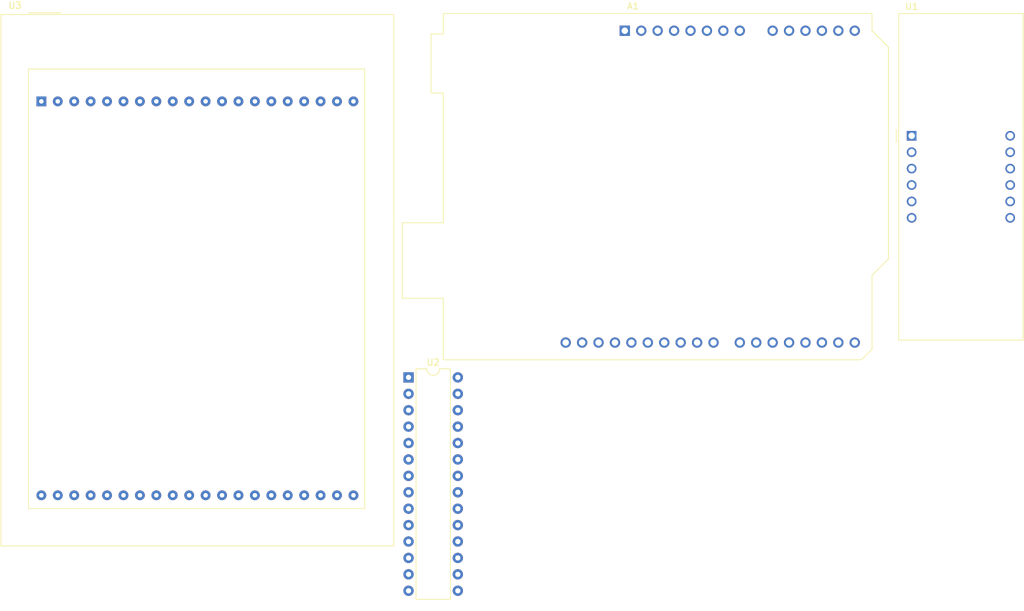
<source format=kicad_pcb>
(kicad_pcb (version 20171130) (host pcbnew "(5.1.7)-1")

  (general
    (thickness 1.6)
    (drawings 0)
    (tracks 0)
    (zones 0)
    (modules 4)
    (nets 113)
  )

  (page A4)
  (layers
    (0 F.Cu signal)
    (31 B.Cu signal)
    (32 B.Adhes user)
    (33 F.Adhes user)
    (34 B.Paste user)
    (35 F.Paste user)
    (36 B.SilkS user)
    (37 F.SilkS user)
    (38 B.Mask user)
    (39 F.Mask user)
    (40 Dwgs.User user)
    (41 Cmts.User user)
    (42 Eco1.User user)
    (43 Eco2.User user)
    (44 Edge.Cuts user)
    (45 Margin user)
    (46 B.CrtYd user)
    (47 F.CrtYd user)
    (48 B.Fab user)
    (49 F.Fab user)
  )

  (setup
    (last_trace_width 0.25)
    (trace_clearance 0.2)
    (zone_clearance 0.508)
    (zone_45_only no)
    (trace_min 0.2)
    (via_size 0.8)
    (via_drill 0.4)
    (via_min_size 0.4)
    (via_min_drill 0.3)
    (uvia_size 0.3)
    (uvia_drill 0.1)
    (uvias_allowed no)
    (uvia_min_size 0.2)
    (uvia_min_drill 0.1)
    (edge_width 0.05)
    (segment_width 0.2)
    (pcb_text_width 0.3)
    (pcb_text_size 1.5 1.5)
    (mod_edge_width 0.12)
    (mod_text_size 1 1)
    (mod_text_width 0.15)
    (pad_size 1.524 1.524)
    (pad_drill 0.762)
    (pad_to_mask_clearance 0)
    (aux_axis_origin 0 0)
    (visible_elements FFFFFF7F)
    (pcbplotparams
      (layerselection 0x010fc_ffffffff)
      (usegerberextensions false)
      (usegerberattributes true)
      (usegerberadvancedattributes true)
      (creategerberjobfile true)
      (excludeedgelayer true)
      (linewidth 0.100000)
      (plotframeref false)
      (viasonmask false)
      (mode 1)
      (useauxorigin false)
      (hpglpennumber 1)
      (hpglpenspeed 20)
      (hpglpendiameter 15.000000)
      (psnegative false)
      (psa4output false)
      (plotreference true)
      (plotvalue true)
      (plotinvisibletext false)
      (padsonsilk false)
      (subtractmaskfromsilk false)
      (outputformat 1)
      (mirror false)
      (drillshape 1)
      (scaleselection 1)
      (outputdirectory ""))
  )

  (net 0 "")
  (net 1 "Net-(A1-Pad16)")
  (net 2 "Net-(A1-Pad15)")
  (net 3 "Net-(A1-Pad30)")
  (net 4 "Net-(A1-Pad14)")
  (net 5 "Net-(A1-Pad29)")
  (net 6 "Net-(A1-Pad13)")
  (net 7 "Net-(A1-Pad28)")
  (net 8 "Net-(A1-Pad12)")
  (net 9 "Net-(A1-Pad27)")
  (net 10 "Net-(A1-Pad11)")
  (net 11 "Net-(A1-Pad26)")
  (net 12 "Net-(A1-Pad10)")
  (net 13 "Net-(A1-Pad25)")
  (net 14 "Net-(A1-Pad9)")
  (net 15 "Net-(A1-Pad24)")
  (net 16 "Net-(A1-Pad8)")
  (net 17 "Net-(A1-Pad23)")
  (net 18 "Net-(A1-Pad7)")
  (net 19 "Net-(A1-Pad22)")
  (net 20 "Net-(A1-Pad6)")
  (net 21 "Net-(A1-Pad21)")
  (net 22 "Net-(A1-Pad5)")
  (net 23 "Net-(A1-Pad20)")
  (net 24 "Net-(A1-Pad4)")
  (net 25 "Net-(A1-Pad19)")
  (net 26 "Net-(A1-Pad3)")
  (net 27 "Net-(A1-Pad18)")
  (net 28 "Net-(A1-Pad2)")
  (net 29 "Net-(A1-Pad17)")
  (net 30 "Net-(A1-Pad1)")
  (net 31 "Net-(A1-Pad31)")
  (net 32 "Net-(A1-Pad32)")
  (net 33 "Net-(U1-Pad12)")
  (net 34 "Net-(U1-Pad11)")
  (net 35 "Net-(U1-Pad10)")
  (net 36 "Net-(U1-Pad9)")
  (net 37 "Net-(U1-Pad8)")
  (net 38 "Net-(U1-Pad7)")
  (net 39 "Net-(U1-Pad6)")
  (net 40 "Net-(U1-Pad5)")
  (net 41 "Net-(U1-Pad4)")
  (net 42 "Net-(U1-Pad3)")
  (net 43 "Net-(U1-Pad2)")
  (net 44 "Net-(U1-Pad1)")
  (net 45 "Net-(U2-Pad28)")
  (net 46 "Net-(U2-Pad14)")
  (net 47 "Net-(U2-Pad27)")
  (net 48 "Net-(U2-Pad13)")
  (net 49 "Net-(U2-Pad26)")
  (net 50 "Net-(U2-Pad12)")
  (net 51 "Net-(U2-Pad25)")
  (net 52 "Net-(U2-Pad11)")
  (net 53 "Net-(U2-Pad24)")
  (net 54 "Net-(U2-Pad10)")
  (net 55 "Net-(U2-Pad23)")
  (net 56 "Net-(U2-Pad9)")
  (net 57 "Net-(U2-Pad22)")
  (net 58 "Net-(U2-Pad8)")
  (net 59 "Net-(U2-Pad21)")
  (net 60 "Net-(U2-Pad7)")
  (net 61 "Net-(U2-Pad20)")
  (net 62 "Net-(U2-Pad6)")
  (net 63 "Net-(U2-Pad19)")
  (net 64 "Net-(U2-Pad5)")
  (net 65 "Net-(U2-Pad18)")
  (net 66 "Net-(U2-Pad4)")
  (net 67 "Net-(U2-Pad17)")
  (net 68 "Net-(U2-Pad3)")
  (net 69 "Net-(U2-Pad16)")
  (net 70 "Net-(U2-Pad2)")
  (net 71 "Net-(U2-Pad15)")
  (net 72 "Net-(U2-Pad1)")
  (net 73 "Net-(U3-Pad40)")
  (net 74 "Net-(U3-Pad39)")
  (net 75 "Net-(U3-Pad38)")
  (net 76 "Net-(U3-Pad37)")
  (net 77 "Net-(U3-Pad36)")
  (net 78 "Net-(U3-Pad35)")
  (net 79 "Net-(U3-Pad34)")
  (net 80 "Net-(U3-Pad33)")
  (net 81 "Net-(U3-Pad32)")
  (net 82 "Net-(U3-Pad31)")
  (net 83 "Net-(U3-Pad30)")
  (net 84 "Net-(U3-Pad29)")
  (net 85 "Net-(U3-Pad28)")
  (net 86 "Net-(U3-Pad27)")
  (net 87 "Net-(U3-Pad26)")
  (net 88 "Net-(U3-Pad25)")
  (net 89 "Net-(U3-Pad24)")
  (net 90 "Net-(U3-Pad23)")
  (net 91 "Net-(U3-Pad22)")
  (net 92 "Net-(U3-Pad21)")
  (net 93 "Net-(U3-Pad20)")
  (net 94 "Net-(U3-Pad19)")
  (net 95 "Net-(U3-Pad18)")
  (net 96 "Net-(U3-Pad17)")
  (net 97 "Net-(U3-Pad16)")
  (net 98 "Net-(U3-Pad15)")
  (net 99 "Net-(U3-Pad14)")
  (net 100 "Net-(U3-Pad13)")
  (net 101 "Net-(U3-Pad12)")
  (net 102 "Net-(U3-Pad11)")
  (net 103 "Net-(U3-Pad10)")
  (net 104 "Net-(U3-Pad9)")
  (net 105 "Net-(U3-Pad8)")
  (net 106 "Net-(U3-Pad7)")
  (net 107 "Net-(U3-Pad6)")
  (net 108 "Net-(U3-Pad5)")
  (net 109 "Net-(U3-Pad4)")
  (net 110 "Net-(U3-Pad3)")
  (net 111 "Net-(U3-Pad2)")
  (net 112 "Net-(U3-Pad1)")

  (net_class Default "This is the default net class."
    (clearance 0.2)
    (trace_width 0.25)
    (via_dia 0.8)
    (via_drill 0.4)
    (uvia_dia 0.3)
    (uvia_drill 0.1)
    (add_net "Net-(A1-Pad1)")
    (add_net "Net-(A1-Pad10)")
    (add_net "Net-(A1-Pad11)")
    (add_net "Net-(A1-Pad12)")
    (add_net "Net-(A1-Pad13)")
    (add_net "Net-(A1-Pad14)")
    (add_net "Net-(A1-Pad15)")
    (add_net "Net-(A1-Pad16)")
    (add_net "Net-(A1-Pad17)")
    (add_net "Net-(A1-Pad18)")
    (add_net "Net-(A1-Pad19)")
    (add_net "Net-(A1-Pad2)")
    (add_net "Net-(A1-Pad20)")
    (add_net "Net-(A1-Pad21)")
    (add_net "Net-(A1-Pad22)")
    (add_net "Net-(A1-Pad23)")
    (add_net "Net-(A1-Pad24)")
    (add_net "Net-(A1-Pad25)")
    (add_net "Net-(A1-Pad26)")
    (add_net "Net-(A1-Pad27)")
    (add_net "Net-(A1-Pad28)")
    (add_net "Net-(A1-Pad29)")
    (add_net "Net-(A1-Pad3)")
    (add_net "Net-(A1-Pad30)")
    (add_net "Net-(A1-Pad31)")
    (add_net "Net-(A1-Pad32)")
    (add_net "Net-(A1-Pad4)")
    (add_net "Net-(A1-Pad5)")
    (add_net "Net-(A1-Pad6)")
    (add_net "Net-(A1-Pad7)")
    (add_net "Net-(A1-Pad8)")
    (add_net "Net-(A1-Pad9)")
    (add_net "Net-(U1-Pad1)")
    (add_net "Net-(U1-Pad10)")
    (add_net "Net-(U1-Pad11)")
    (add_net "Net-(U1-Pad12)")
    (add_net "Net-(U1-Pad2)")
    (add_net "Net-(U1-Pad3)")
    (add_net "Net-(U1-Pad4)")
    (add_net "Net-(U1-Pad5)")
    (add_net "Net-(U1-Pad6)")
    (add_net "Net-(U1-Pad7)")
    (add_net "Net-(U1-Pad8)")
    (add_net "Net-(U1-Pad9)")
    (add_net "Net-(U2-Pad1)")
    (add_net "Net-(U2-Pad10)")
    (add_net "Net-(U2-Pad11)")
    (add_net "Net-(U2-Pad12)")
    (add_net "Net-(U2-Pad13)")
    (add_net "Net-(U2-Pad14)")
    (add_net "Net-(U2-Pad15)")
    (add_net "Net-(U2-Pad16)")
    (add_net "Net-(U2-Pad17)")
    (add_net "Net-(U2-Pad18)")
    (add_net "Net-(U2-Pad19)")
    (add_net "Net-(U2-Pad2)")
    (add_net "Net-(U2-Pad20)")
    (add_net "Net-(U2-Pad21)")
    (add_net "Net-(U2-Pad22)")
    (add_net "Net-(U2-Pad23)")
    (add_net "Net-(U2-Pad24)")
    (add_net "Net-(U2-Pad25)")
    (add_net "Net-(U2-Pad26)")
    (add_net "Net-(U2-Pad27)")
    (add_net "Net-(U2-Pad28)")
    (add_net "Net-(U2-Pad3)")
    (add_net "Net-(U2-Pad4)")
    (add_net "Net-(U2-Pad5)")
    (add_net "Net-(U2-Pad6)")
    (add_net "Net-(U2-Pad7)")
    (add_net "Net-(U2-Pad8)")
    (add_net "Net-(U2-Pad9)")
    (add_net "Net-(U3-Pad1)")
    (add_net "Net-(U3-Pad10)")
    (add_net "Net-(U3-Pad11)")
    (add_net "Net-(U3-Pad12)")
    (add_net "Net-(U3-Pad13)")
    (add_net "Net-(U3-Pad14)")
    (add_net "Net-(U3-Pad15)")
    (add_net "Net-(U3-Pad16)")
    (add_net "Net-(U3-Pad17)")
    (add_net "Net-(U3-Pad18)")
    (add_net "Net-(U3-Pad19)")
    (add_net "Net-(U3-Pad2)")
    (add_net "Net-(U3-Pad20)")
    (add_net "Net-(U3-Pad21)")
    (add_net "Net-(U3-Pad22)")
    (add_net "Net-(U3-Pad23)")
    (add_net "Net-(U3-Pad24)")
    (add_net "Net-(U3-Pad25)")
    (add_net "Net-(U3-Pad26)")
    (add_net "Net-(U3-Pad27)")
    (add_net "Net-(U3-Pad28)")
    (add_net "Net-(U3-Pad29)")
    (add_net "Net-(U3-Pad3)")
    (add_net "Net-(U3-Pad30)")
    (add_net "Net-(U3-Pad31)")
    (add_net "Net-(U3-Pad32)")
    (add_net "Net-(U3-Pad33)")
    (add_net "Net-(U3-Pad34)")
    (add_net "Net-(U3-Pad35)")
    (add_net "Net-(U3-Pad36)")
    (add_net "Net-(U3-Pad37)")
    (add_net "Net-(U3-Pad38)")
    (add_net "Net-(U3-Pad39)")
    (add_net "Net-(U3-Pad4)")
    (add_net "Net-(U3-Pad40)")
    (add_net "Net-(U3-Pad5)")
    (add_net "Net-(U3-Pad6)")
    (add_net "Net-(U3-Pad7)")
    (add_net "Net-(U3-Pad8)")
    (add_net "Net-(U3-Pad9)")
  )

  (module Display:EA_eDIPTFT32-XXX (layer F.Cu) (tedit 5A02FE80) (tstamp 60143AB3)
    (at 97.74 56.655)
    (descr "TFT-graphic display 320x240 16 bit colour with led backlight http://www.lcd-module.com/fileadmin/eng/pdf/grafik/ediptft32-ae.pdf")
    (tags "TFT-graphic display 320x240 16 bit colour with led backlight")
    (path /60139C7A)
    (fp_text reference U3 (at -4.07924 -14.84122) (layer F.SilkS)
      (effects (font (size 1 1) (thickness 0.15)))
    )
    (fp_text value "TFT LCD" (at 1.1176 69.92874 180) (layer F.Fab)
      (effects (font (size 1 1) (thickness 0.15)))
    )
    (fp_text user %R (at 24.4983 28.6131) (layer F.Fab)
      (effects (font (size 1 1) (thickness 0.15)))
    )
    (fp_line (start 3 -13.69) (end -2 -13.69) (layer F.SilkS) (width 0.12))
    (fp_line (start -6.37 -13.57) (end -6.37 68.93) (layer F.CrtYd) (width 0.05))
    (fp_line (start -6.37 68.93) (end 54.63 68.93) (layer F.CrtYd) (width 0.05))
    (fp_line (start 54.63 68.93) (end 54.63 -13.57) (layer F.CrtYd) (width 0.05))
    (fp_line (start 54.63 -13.57) (end -6.37 -13.57) (layer F.CrtYd) (width 0.05))
    (fp_line (start -6.24 -13.44) (end -6.24 68.8) (layer F.SilkS) (width 0.12))
    (fp_line (start -6.24 68.8) (end 54.5 68.8) (layer F.SilkS) (width 0.12))
    (fp_line (start 54.5 68.8) (end 54.5 -13.44) (layer F.SilkS) (width 0.12))
    (fp_line (start 54.5 -13.44) (end -6.24 -13.44) (layer F.SilkS) (width 0.12))
    (fp_line (start -2 -5) (end -2 63) (layer F.SilkS) (width 0.12))
    (fp_line (start -2 63) (end 50 63) (layer F.SilkS) (width 0.12))
    (fp_line (start 50 63) (end 50 -5) (layer F.SilkS) (width 0.12))
    (fp_line (start 50 -5) (end -2 -5) (layer F.SilkS) (width 0.12))
    (fp_line (start -1 -13.32) (end -6.12 -13.32) (layer F.Fab) (width 0.1))
    (fp_line (start 0 -12.32) (end -1 -13.32) (layer F.Fab) (width 0.1))
    (fp_line (start 1 -13.32) (end 0 -12.32) (layer F.Fab) (width 0.1))
    (fp_line (start -6.12 -13.32) (end -6.12 68.68) (layer F.Fab) (width 0.1))
    (fp_line (start -6.12 68.68) (end 54.38 68.68) (layer F.Fab) (width 0.1))
    (fp_line (start 54.38 68.68) (end 54.38 -13.32) (layer F.Fab) (width 0.1))
    (fp_line (start 54.38 -13.32) (end 1 -13.32) (layer F.Fab) (width 0.1))
    (pad 40 thru_hole circle (at 0 60.96 90) (size 1.524 1.524) (drill 0.7) (layers *.Cu *.Mask)
      (net 73 "Net-(U3-Pad40)"))
    (pad 39 thru_hole circle (at 2.54 60.96 90) (size 1.524 1.524) (drill 0.7) (layers *.Cu *.Mask)
      (net 74 "Net-(U3-Pad39)"))
    (pad 38 thru_hole circle (at 5.08 60.96 90) (size 1.524 1.524) (drill 0.7) (layers *.Cu *.Mask)
      (net 75 "Net-(U3-Pad38)"))
    (pad 37 thru_hole circle (at 7.62 60.96 90) (size 1.524 1.524) (drill 0.7) (layers *.Cu *.Mask)
      (net 76 "Net-(U3-Pad37)"))
    (pad 36 thru_hole circle (at 10.16 60.96 90) (size 1.524 1.524) (drill 0.7) (layers *.Cu *.Mask)
      (net 77 "Net-(U3-Pad36)"))
    (pad 35 thru_hole circle (at 12.7 60.96 90) (size 1.524 1.524) (drill 0.7) (layers *.Cu *.Mask)
      (net 78 "Net-(U3-Pad35)"))
    (pad 34 thru_hole circle (at 15.24 60.96 90) (size 1.524 1.524) (drill 0.7) (layers *.Cu *.Mask)
      (net 79 "Net-(U3-Pad34)"))
    (pad 33 thru_hole circle (at 17.78 60.96 90) (size 1.524 1.524) (drill 0.7) (layers *.Cu *.Mask)
      (net 80 "Net-(U3-Pad33)"))
    (pad 32 thru_hole circle (at 20.32 60.96 90) (size 1.524 1.524) (drill 0.7) (layers *.Cu *.Mask)
      (net 81 "Net-(U3-Pad32)"))
    (pad 31 thru_hole circle (at 22.86 60.96 90) (size 1.524 1.524) (drill 0.7) (layers *.Cu *.Mask)
      (net 82 "Net-(U3-Pad31)"))
    (pad 30 thru_hole circle (at 25.4 60.96 90) (size 1.524 1.524) (drill 0.7) (layers *.Cu *.Mask)
      (net 83 "Net-(U3-Pad30)"))
    (pad 29 thru_hole circle (at 27.94 60.96 90) (size 1.524 1.524) (drill 0.7) (layers *.Cu *.Mask)
      (net 84 "Net-(U3-Pad29)"))
    (pad 28 thru_hole circle (at 30.48 60.96 90) (size 1.524 1.524) (drill 0.7) (layers *.Cu *.Mask)
      (net 85 "Net-(U3-Pad28)"))
    (pad 27 thru_hole circle (at 33.02 60.96 90) (size 1.524 1.524) (drill 0.7) (layers *.Cu *.Mask)
      (net 86 "Net-(U3-Pad27)"))
    (pad 26 thru_hole circle (at 35.56 60.96 90) (size 1.524 1.524) (drill 0.7) (layers *.Cu *.Mask)
      (net 87 "Net-(U3-Pad26)"))
    (pad 25 thru_hole circle (at 38.1 60.96 90) (size 1.524 1.524) (drill 0.7) (layers *.Cu *.Mask)
      (net 88 "Net-(U3-Pad25)"))
    (pad 24 thru_hole circle (at 40.64 60.96 90) (size 1.524 1.524) (drill 0.7) (layers *.Cu *.Mask)
      (net 89 "Net-(U3-Pad24)"))
    (pad 23 thru_hole circle (at 43.18 60.96 90) (size 1.524 1.524) (drill 0.7) (layers *.Cu *.Mask)
      (net 90 "Net-(U3-Pad23)"))
    (pad 22 thru_hole circle (at 45.72 60.96 90) (size 1.524 1.524) (drill 0.7) (layers *.Cu *.Mask)
      (net 91 "Net-(U3-Pad22)"))
    (pad 21 thru_hole circle (at 48.26 60.96 90) (size 1.524 1.524) (drill 0.7) (layers *.Cu *.Mask)
      (net 92 "Net-(U3-Pad21)"))
    (pad 20 thru_hole circle (at 48.26 0 90) (size 1.524 1.524) (drill 0.7) (layers *.Cu *.Mask)
      (net 93 "Net-(U3-Pad20)"))
    (pad 19 thru_hole circle (at 45.72 0 90) (size 1.524 1.524) (drill 0.7) (layers *.Cu *.Mask)
      (net 94 "Net-(U3-Pad19)"))
    (pad 18 thru_hole circle (at 43.18 0 90) (size 1.524 1.524) (drill 0.7) (layers *.Cu *.Mask)
      (net 95 "Net-(U3-Pad18)"))
    (pad 17 thru_hole circle (at 40.64 0 90) (size 1.524 1.524) (drill 0.7) (layers *.Cu *.Mask)
      (net 96 "Net-(U3-Pad17)"))
    (pad 16 thru_hole circle (at 38.1 0 90) (size 1.524 1.524) (drill 0.7) (layers *.Cu *.Mask)
      (net 97 "Net-(U3-Pad16)"))
    (pad 15 thru_hole circle (at 35.56 0 90) (size 1.524 1.524) (drill 0.7) (layers *.Cu *.Mask)
      (net 98 "Net-(U3-Pad15)"))
    (pad 14 thru_hole circle (at 33.02 0 90) (size 1.524 1.524) (drill 0.7) (layers *.Cu *.Mask)
      (net 99 "Net-(U3-Pad14)"))
    (pad 13 thru_hole circle (at 30.48 0 90) (size 1.524 1.524) (drill 0.7) (layers *.Cu *.Mask)
      (net 100 "Net-(U3-Pad13)"))
    (pad 12 thru_hole circle (at 27.94 0 90) (size 1.524 1.524) (drill 0.7) (layers *.Cu *.Mask)
      (net 101 "Net-(U3-Pad12)"))
    (pad 11 thru_hole circle (at 25.4 0 90) (size 1.524 1.524) (drill 0.7) (layers *.Cu *.Mask)
      (net 102 "Net-(U3-Pad11)"))
    (pad 10 thru_hole circle (at 22.86 0 90) (size 1.524 1.524) (drill 0.7) (layers *.Cu *.Mask)
      (net 103 "Net-(U3-Pad10)"))
    (pad 9 thru_hole circle (at 20.32 0 90) (size 1.524 1.524) (drill 0.7) (layers *.Cu *.Mask)
      (net 104 "Net-(U3-Pad9)"))
    (pad 8 thru_hole circle (at 17.78 0 90) (size 1.524 1.524) (drill 0.7) (layers *.Cu *.Mask)
      (net 105 "Net-(U3-Pad8)"))
    (pad 7 thru_hole circle (at 15.24 0 90) (size 1.524 1.524) (drill 0.7) (layers *.Cu *.Mask)
      (net 106 "Net-(U3-Pad7)"))
    (pad 6 thru_hole circle (at 12.7 0 90) (size 1.524 1.524) (drill 0.7) (layers *.Cu *.Mask)
      (net 107 "Net-(U3-Pad6)"))
    (pad 5 thru_hole circle (at 10.16 0 90) (size 1.524 1.524) (drill 0.7) (layers *.Cu *.Mask)
      (net 108 "Net-(U3-Pad5)"))
    (pad 4 thru_hole circle (at 7.62 0 90) (size 1.524 1.524) (drill 0.7) (layers *.Cu *.Mask)
      (net 109 "Net-(U3-Pad4)"))
    (pad 3 thru_hole circle (at 5.08 0 90) (size 1.524 1.524) (drill 0.7) (layers *.Cu *.Mask)
      (net 110 "Net-(U3-Pad3)"))
    (pad 2 thru_hole circle (at 2.54 0 90) (size 1.524 1.524) (drill 0.7) (layers *.Cu *.Mask)
      (net 111 "Net-(U3-Pad2)"))
    (pad 1 thru_hole rect (at 0 0) (size 1.524 1.524) (drill 0.7) (layers *.Cu *.Mask)
      (net 112 "Net-(U3-Pad1)"))
    (model ${KISYS3DMOD}/Display.3dshapes/EA_eDIPTFT32-XXX.wrl
      (at (xyz 0 0 0))
      (scale (xyz 1 1 1))
      (rotate (xyz 0 0 0))
    )
  )

  (module Package_DIP:DIP-28_W7.62mm (layer F.Cu) (tedit 5A02E8C5) (tstamp 60143A72)
    (at 154.52 99.37)
    (descr "28-lead though-hole mounted DIP package, row spacing 7.62 mm (300 mils)")
    (tags "THT DIP DIL PDIP 2.54mm 7.62mm 300mil")
    (path /60138A73)
    (fp_text reference U2 (at 3.81 -2.33) (layer F.SilkS)
      (effects (font (size 1 1) (thickness 0.15)))
    )
    (fp_text value "MCP23017_SP Expander Module" (at 3.81 35.35) (layer F.Fab)
      (effects (font (size 1 1) (thickness 0.15)))
    )
    (fp_text user %R (at 3.81 16.51) (layer F.Fab)
      (effects (font (size 1 1) (thickness 0.15)))
    )
    (fp_arc (start 3.81 -1.33) (end 2.81 -1.33) (angle -180) (layer F.SilkS) (width 0.12))
    (fp_line (start 1.635 -1.27) (end 6.985 -1.27) (layer F.Fab) (width 0.1))
    (fp_line (start 6.985 -1.27) (end 6.985 34.29) (layer F.Fab) (width 0.1))
    (fp_line (start 6.985 34.29) (end 0.635 34.29) (layer F.Fab) (width 0.1))
    (fp_line (start 0.635 34.29) (end 0.635 -0.27) (layer F.Fab) (width 0.1))
    (fp_line (start 0.635 -0.27) (end 1.635 -1.27) (layer F.Fab) (width 0.1))
    (fp_line (start 2.81 -1.33) (end 1.16 -1.33) (layer F.SilkS) (width 0.12))
    (fp_line (start 1.16 -1.33) (end 1.16 34.35) (layer F.SilkS) (width 0.12))
    (fp_line (start 1.16 34.35) (end 6.46 34.35) (layer F.SilkS) (width 0.12))
    (fp_line (start 6.46 34.35) (end 6.46 -1.33) (layer F.SilkS) (width 0.12))
    (fp_line (start 6.46 -1.33) (end 4.81 -1.33) (layer F.SilkS) (width 0.12))
    (fp_line (start -1.1 -1.55) (end -1.1 34.55) (layer F.CrtYd) (width 0.05))
    (fp_line (start -1.1 34.55) (end 8.7 34.55) (layer F.CrtYd) (width 0.05))
    (fp_line (start 8.7 34.55) (end 8.7 -1.55) (layer F.CrtYd) (width 0.05))
    (fp_line (start 8.7 -1.55) (end -1.1 -1.55) (layer F.CrtYd) (width 0.05))
    (pad 28 thru_hole oval (at 7.62 0) (size 1.6 1.6) (drill 0.8) (layers *.Cu *.Mask)
      (net 45 "Net-(U2-Pad28)"))
    (pad 14 thru_hole oval (at 0 33.02) (size 1.6 1.6) (drill 0.8) (layers *.Cu *.Mask)
      (net 46 "Net-(U2-Pad14)"))
    (pad 27 thru_hole oval (at 7.62 2.54) (size 1.6 1.6) (drill 0.8) (layers *.Cu *.Mask)
      (net 47 "Net-(U2-Pad27)"))
    (pad 13 thru_hole oval (at 0 30.48) (size 1.6 1.6) (drill 0.8) (layers *.Cu *.Mask)
      (net 48 "Net-(U2-Pad13)"))
    (pad 26 thru_hole oval (at 7.62 5.08) (size 1.6 1.6) (drill 0.8) (layers *.Cu *.Mask)
      (net 49 "Net-(U2-Pad26)"))
    (pad 12 thru_hole oval (at 0 27.94) (size 1.6 1.6) (drill 0.8) (layers *.Cu *.Mask)
      (net 50 "Net-(U2-Pad12)"))
    (pad 25 thru_hole oval (at 7.62 7.62) (size 1.6 1.6) (drill 0.8) (layers *.Cu *.Mask)
      (net 51 "Net-(U2-Pad25)"))
    (pad 11 thru_hole oval (at 0 25.4) (size 1.6 1.6) (drill 0.8) (layers *.Cu *.Mask)
      (net 52 "Net-(U2-Pad11)"))
    (pad 24 thru_hole oval (at 7.62 10.16) (size 1.6 1.6) (drill 0.8) (layers *.Cu *.Mask)
      (net 53 "Net-(U2-Pad24)"))
    (pad 10 thru_hole oval (at 0 22.86) (size 1.6 1.6) (drill 0.8) (layers *.Cu *.Mask)
      (net 54 "Net-(U2-Pad10)"))
    (pad 23 thru_hole oval (at 7.62 12.7) (size 1.6 1.6) (drill 0.8) (layers *.Cu *.Mask)
      (net 55 "Net-(U2-Pad23)"))
    (pad 9 thru_hole oval (at 0 20.32) (size 1.6 1.6) (drill 0.8) (layers *.Cu *.Mask)
      (net 56 "Net-(U2-Pad9)"))
    (pad 22 thru_hole oval (at 7.62 15.24) (size 1.6 1.6) (drill 0.8) (layers *.Cu *.Mask)
      (net 57 "Net-(U2-Pad22)"))
    (pad 8 thru_hole oval (at 0 17.78) (size 1.6 1.6) (drill 0.8) (layers *.Cu *.Mask)
      (net 58 "Net-(U2-Pad8)"))
    (pad 21 thru_hole oval (at 7.62 17.78) (size 1.6 1.6) (drill 0.8) (layers *.Cu *.Mask)
      (net 59 "Net-(U2-Pad21)"))
    (pad 7 thru_hole oval (at 0 15.24) (size 1.6 1.6) (drill 0.8) (layers *.Cu *.Mask)
      (net 60 "Net-(U2-Pad7)"))
    (pad 20 thru_hole oval (at 7.62 20.32) (size 1.6 1.6) (drill 0.8) (layers *.Cu *.Mask)
      (net 61 "Net-(U2-Pad20)"))
    (pad 6 thru_hole oval (at 0 12.7) (size 1.6 1.6) (drill 0.8) (layers *.Cu *.Mask)
      (net 62 "Net-(U2-Pad6)"))
    (pad 19 thru_hole oval (at 7.62 22.86) (size 1.6 1.6) (drill 0.8) (layers *.Cu *.Mask)
      (net 63 "Net-(U2-Pad19)"))
    (pad 5 thru_hole oval (at 0 10.16) (size 1.6 1.6) (drill 0.8) (layers *.Cu *.Mask)
      (net 64 "Net-(U2-Pad5)"))
    (pad 18 thru_hole oval (at 7.62 25.4) (size 1.6 1.6) (drill 0.8) (layers *.Cu *.Mask)
      (net 65 "Net-(U2-Pad18)"))
    (pad 4 thru_hole oval (at 0 7.62) (size 1.6 1.6) (drill 0.8) (layers *.Cu *.Mask)
      (net 66 "Net-(U2-Pad4)"))
    (pad 17 thru_hole oval (at 7.62 27.94) (size 1.6 1.6) (drill 0.8) (layers *.Cu *.Mask)
      (net 67 "Net-(U2-Pad17)"))
    (pad 3 thru_hole oval (at 0 5.08) (size 1.6 1.6) (drill 0.8) (layers *.Cu *.Mask)
      (net 68 "Net-(U2-Pad3)"))
    (pad 16 thru_hole oval (at 7.62 30.48) (size 1.6 1.6) (drill 0.8) (layers *.Cu *.Mask)
      (net 69 "Net-(U2-Pad16)"))
    (pad 2 thru_hole oval (at 0 2.54) (size 1.6 1.6) (drill 0.8) (layers *.Cu *.Mask)
      (net 70 "Net-(U2-Pad2)"))
    (pad 15 thru_hole oval (at 7.62 33.02) (size 1.6 1.6) (drill 0.8) (layers *.Cu *.Mask)
      (net 71 "Net-(U2-Pad15)"))
    (pad 1 thru_hole rect (at 0 0) (size 1.6 1.6) (drill 0.8) (layers *.Cu *.Mask)
      (net 72 "Net-(U2-Pad1)"))
    (model ${KISYS3DMOD}/Package_DIP.3dshapes/DIP-28_W7.62mm.wrl
      (at (xyz 0 0 0))
      (scale (xyz 1 1 1))
      (rotate (xyz 0 0 0))
    )
  )

  (module Display_7Segment:CA56-12SURKWA (layer F.Cu) (tedit 5A02FE84) (tstamp 60143A42)
    (at 232.315 61.98)
    (descr "4 digit 7 segment green LED, http://www.kingbright.com/attachments/file/psearch/000/00/00/CA56-12SURKWA(Ver.8A).pdf")
    (tags "4 digit 7 segment green LED")
    (path /601370CE)
    (fp_text reference U1 (at 0 -20) (layer F.SilkS)
      (effects (font (size 1 1) (thickness 0.15)))
    )
    (fp_text value CA56-12SURKWA (at 4.4 32.8) (layer F.Fab)
      (effects (font (size 1 1) (thickness 0.15)))
    )
    (fp_text user %R (at 8.128 6.604) (layer F.Fab)
      (effects (font (size 1 1) (thickness 0.15)))
    )
    (fp_line (start -2 -18.92) (end 17.24 -18.92) (layer F.SilkS) (width 0.12))
    (fp_line (start -2 -18.92) (end -2 31.62) (layer F.SilkS) (width 0.12))
    (fp_line (start -2 31.62) (end 17.24 31.62) (layer F.SilkS) (width 0.12))
    (fp_line (start 17.24 31.62) (end 17.24 -18.92) (layer F.SilkS) (width 0.12))
    (fp_line (start -1.88 1) (end -0.88 0) (layer F.Fab) (width 0.1))
    (fp_line (start -0.88 0) (end -1.88 -1) (layer F.Fab) (width 0.1))
    (fp_line (start -1.88 -1) (end -1.88 -18.8) (layer F.Fab) (width 0.1))
    (fp_line (start -2.13 -19.05) (end 17.37 -19.05) (layer F.CrtYd) (width 0.05))
    (fp_line (start 17.37 -19.05) (end 17.37 31.75) (layer F.CrtYd) (width 0.05))
    (fp_line (start 17.37 31.75) (end -2.13 31.75) (layer F.CrtYd) (width 0.05))
    (fp_line (start -2.13 31.75) (end -2.13 -19.05) (layer F.CrtYd) (width 0.05))
    (fp_line (start -2.38 -1) (end -2.38 1) (layer F.SilkS) (width 0.12))
    (fp_line (start -1.88 -18.8) (end 17.12 -18.8) (layer F.Fab) (width 0.1))
    (fp_line (start 17.12 -18.8) (end 17.12 31.5) (layer F.Fab) (width 0.1))
    (fp_line (start -1.88 31.5) (end 17.12 31.5) (layer F.Fab) (width 0.1))
    (fp_line (start -1.88 1) (end -1.88 31.5) (layer F.Fab) (width 0.1))
    (pad 12 thru_hole circle (at 15.24 0) (size 1.5 1.5) (drill 1) (layers *.Cu *.Mask)
      (net 33 "Net-(U1-Pad12)"))
    (pad 11 thru_hole circle (at 15.24 2.54) (size 1.5 1.5) (drill 1) (layers *.Cu *.Mask)
      (net 34 "Net-(U1-Pad11)"))
    (pad 10 thru_hole circle (at 15.24 5.08) (size 1.5 1.5) (drill 1) (layers *.Cu *.Mask)
      (net 35 "Net-(U1-Pad10)"))
    (pad 9 thru_hole circle (at 15.24 7.62) (size 1.5 1.5) (drill 1) (layers *.Cu *.Mask)
      (net 36 "Net-(U1-Pad9)"))
    (pad 8 thru_hole circle (at 15.24 10.16) (size 1.5 1.5) (drill 1) (layers *.Cu *.Mask)
      (net 37 "Net-(U1-Pad8)"))
    (pad 7 thru_hole circle (at 15.24 12.7) (size 1.5 1.5) (drill 1) (layers *.Cu *.Mask)
      (net 38 "Net-(U1-Pad7)"))
    (pad 6 thru_hole circle (at 0 12.7) (size 1.5 1.5) (drill 1) (layers *.Cu *.Mask)
      (net 39 "Net-(U1-Pad6)"))
    (pad 5 thru_hole circle (at 0 10.16) (size 1.5 1.5) (drill 1) (layers *.Cu *.Mask)
      (net 40 "Net-(U1-Pad5)"))
    (pad 4 thru_hole circle (at 0 7.62) (size 1.5 1.5) (drill 1) (layers *.Cu *.Mask)
      (net 41 "Net-(U1-Pad4)"))
    (pad 3 thru_hole circle (at 0 5.08) (size 1.5 1.5) (drill 1) (layers *.Cu *.Mask)
      (net 42 "Net-(U1-Pad3)"))
    (pad 2 thru_hole circle (at 0 2.54) (size 1.5 1.5) (drill 1) (layers *.Cu *.Mask)
      (net 43 "Net-(U1-Pad2)"))
    (pad 1 thru_hole rect (at 0 0) (size 1.5 1.5) (drill 1) (layers *.Cu *.Mask)
      (net 44 "Net-(U1-Pad1)"))
    (model ${KISYS3DMOD}/Display_7Segment.3dshapes/CA56-12SURKWA.wrl
      (at (xyz 0 0 0))
      (scale (xyz 1 1 1))
      (rotate (xyz 0 0 0))
    )
  )

  (module Module:Arduino_UNO_R3 (layer F.Cu) (tedit 58AB60FC) (tstamp 60143A21)
    (at 187.96 45.72)
    (descr "Arduino UNO R3, http://www.mouser.com/pdfdocs/Gravitech_Arduino_Nano3_0.pdf")
    (tags "Arduino UNO R3")
    (path /6012FC96)
    (fp_text reference A1 (at 1.27 -3.81 180) (layer F.SilkS)
      (effects (font (size 1 1) (thickness 0.15)))
    )
    (fp_text value Arduino_UNO_R3 (at 0 22.86) (layer F.Fab)
      (effects (font (size 1 1) (thickness 0.15)))
    )
    (fp_text user %R (at 0 20.32 180) (layer F.Fab)
      (effects (font (size 1 1) (thickness 0.15)))
    )
    (fp_line (start 38.35 -2.79) (end 38.35 0) (layer F.CrtYd) (width 0.05))
    (fp_line (start 38.35 0) (end 40.89 2.54) (layer F.CrtYd) (width 0.05))
    (fp_line (start 40.89 2.54) (end 40.89 35.31) (layer F.CrtYd) (width 0.05))
    (fp_line (start 40.89 35.31) (end 38.35 37.85) (layer F.CrtYd) (width 0.05))
    (fp_line (start 38.35 37.85) (end 38.35 49.28) (layer F.CrtYd) (width 0.05))
    (fp_line (start 38.35 49.28) (end 36.58 51.05) (layer F.CrtYd) (width 0.05))
    (fp_line (start 36.58 51.05) (end -28.19 51.05) (layer F.CrtYd) (width 0.05))
    (fp_line (start -28.19 51.05) (end -28.19 41.53) (layer F.CrtYd) (width 0.05))
    (fp_line (start -28.19 41.53) (end -34.54 41.53) (layer F.CrtYd) (width 0.05))
    (fp_line (start -34.54 41.53) (end -34.54 29.59) (layer F.CrtYd) (width 0.05))
    (fp_line (start -34.54 29.59) (end -28.19 29.59) (layer F.CrtYd) (width 0.05))
    (fp_line (start -28.19 29.59) (end -28.19 9.78) (layer F.CrtYd) (width 0.05))
    (fp_line (start -28.19 9.78) (end -30.1 9.78) (layer F.CrtYd) (width 0.05))
    (fp_line (start -30.1 9.78) (end -30.1 0.38) (layer F.CrtYd) (width 0.05))
    (fp_line (start -30.1 0.38) (end -28.19 0.38) (layer F.CrtYd) (width 0.05))
    (fp_line (start -28.19 0.38) (end -28.19 -2.79) (layer F.CrtYd) (width 0.05))
    (fp_line (start -28.19 -2.79) (end 38.35 -2.79) (layer F.CrtYd) (width 0.05))
    (fp_line (start 40.77 35.31) (end 40.77 2.54) (layer F.SilkS) (width 0.12))
    (fp_line (start 40.77 2.54) (end 38.23 0) (layer F.SilkS) (width 0.12))
    (fp_line (start 38.23 0) (end 38.23 -2.67) (layer F.SilkS) (width 0.12))
    (fp_line (start 38.23 -2.67) (end -28.07 -2.67) (layer F.SilkS) (width 0.12))
    (fp_line (start -28.07 -2.67) (end -28.07 0.51) (layer F.SilkS) (width 0.12))
    (fp_line (start -28.07 0.51) (end -29.97 0.51) (layer F.SilkS) (width 0.12))
    (fp_line (start -29.97 0.51) (end -29.97 9.65) (layer F.SilkS) (width 0.12))
    (fp_line (start -29.97 9.65) (end -28.07 9.65) (layer F.SilkS) (width 0.12))
    (fp_line (start -28.07 9.65) (end -28.07 29.72) (layer F.SilkS) (width 0.12))
    (fp_line (start -28.07 29.72) (end -34.42 29.72) (layer F.SilkS) (width 0.12))
    (fp_line (start -34.42 29.72) (end -34.42 41.4) (layer F.SilkS) (width 0.12))
    (fp_line (start -34.42 41.4) (end -28.07 41.4) (layer F.SilkS) (width 0.12))
    (fp_line (start -28.07 41.4) (end -28.07 50.93) (layer F.SilkS) (width 0.12))
    (fp_line (start -28.07 50.93) (end 36.58 50.93) (layer F.SilkS) (width 0.12))
    (fp_line (start 36.58 50.93) (end 38.23 49.28) (layer F.SilkS) (width 0.12))
    (fp_line (start 38.23 49.28) (end 38.23 37.85) (layer F.SilkS) (width 0.12))
    (fp_line (start 38.23 37.85) (end 40.77 35.31) (layer F.SilkS) (width 0.12))
    (fp_line (start -34.29 29.84) (end -18.41 29.84) (layer F.Fab) (width 0.1))
    (fp_line (start -18.41 29.84) (end -18.41 41.27) (layer F.Fab) (width 0.1))
    (fp_line (start -18.41 41.27) (end -34.29 41.27) (layer F.Fab) (width 0.1))
    (fp_line (start -34.29 41.27) (end -34.29 29.84) (layer F.Fab) (width 0.1))
    (fp_line (start -29.84 0.64) (end -16.51 0.64) (layer F.Fab) (width 0.1))
    (fp_line (start -16.51 0.64) (end -16.51 9.53) (layer F.Fab) (width 0.1))
    (fp_line (start -16.51 9.53) (end -29.84 9.53) (layer F.Fab) (width 0.1))
    (fp_line (start -29.84 9.53) (end -29.84 0.64) (layer F.Fab) (width 0.1))
    (fp_line (start 38.1 37.85) (end 38.1 49.28) (layer F.Fab) (width 0.1))
    (fp_line (start 40.64 2.54) (end 40.64 35.31) (layer F.Fab) (width 0.1))
    (fp_line (start 40.64 35.31) (end 38.1 37.85) (layer F.Fab) (width 0.1))
    (fp_line (start 38.1 -2.54) (end 38.1 0) (layer F.Fab) (width 0.1))
    (fp_line (start 38.1 0) (end 40.64 2.54) (layer F.Fab) (width 0.1))
    (fp_line (start 38.1 49.28) (end 36.58 50.8) (layer F.Fab) (width 0.1))
    (fp_line (start 36.58 50.8) (end -27.94 50.8) (layer F.Fab) (width 0.1))
    (fp_line (start -27.94 50.8) (end -27.94 -2.54) (layer F.Fab) (width 0.1))
    (fp_line (start -27.94 -2.54) (end 38.1 -2.54) (layer F.Fab) (width 0.1))
    (pad 16 thru_hole oval (at 33.02 48.26 90) (size 1.6 1.6) (drill 1) (layers *.Cu *.Mask)
      (net 1 "Net-(A1-Pad16)"))
    (pad 15 thru_hole oval (at 35.56 48.26 90) (size 1.6 1.6) (drill 1) (layers *.Cu *.Mask)
      (net 2 "Net-(A1-Pad15)"))
    (pad 30 thru_hole oval (at -4.06 48.26 90) (size 1.6 1.6) (drill 1) (layers *.Cu *.Mask)
      (net 3 "Net-(A1-Pad30)"))
    (pad 14 thru_hole oval (at 35.56 0 90) (size 1.6 1.6) (drill 1) (layers *.Cu *.Mask)
      (net 4 "Net-(A1-Pad14)"))
    (pad 29 thru_hole oval (at -1.52 48.26 90) (size 1.6 1.6) (drill 1) (layers *.Cu *.Mask)
      (net 5 "Net-(A1-Pad29)"))
    (pad 13 thru_hole oval (at 33.02 0 90) (size 1.6 1.6) (drill 1) (layers *.Cu *.Mask)
      (net 6 "Net-(A1-Pad13)"))
    (pad 28 thru_hole oval (at 1.02 48.26 90) (size 1.6 1.6) (drill 1) (layers *.Cu *.Mask)
      (net 7 "Net-(A1-Pad28)"))
    (pad 12 thru_hole oval (at 30.48 0 90) (size 1.6 1.6) (drill 1) (layers *.Cu *.Mask)
      (net 8 "Net-(A1-Pad12)"))
    (pad 27 thru_hole oval (at 3.56 48.26 90) (size 1.6 1.6) (drill 1) (layers *.Cu *.Mask)
      (net 9 "Net-(A1-Pad27)"))
    (pad 11 thru_hole oval (at 27.94 0 90) (size 1.6 1.6) (drill 1) (layers *.Cu *.Mask)
      (net 10 "Net-(A1-Pad11)"))
    (pad 26 thru_hole oval (at 6.1 48.26 90) (size 1.6 1.6) (drill 1) (layers *.Cu *.Mask)
      (net 11 "Net-(A1-Pad26)"))
    (pad 10 thru_hole oval (at 25.4 0 90) (size 1.6 1.6) (drill 1) (layers *.Cu *.Mask)
      (net 12 "Net-(A1-Pad10)"))
    (pad 25 thru_hole oval (at 8.64 48.26 90) (size 1.6 1.6) (drill 1) (layers *.Cu *.Mask)
      (net 13 "Net-(A1-Pad25)"))
    (pad 9 thru_hole oval (at 22.86 0 90) (size 1.6 1.6) (drill 1) (layers *.Cu *.Mask)
      (net 14 "Net-(A1-Pad9)"))
    (pad 24 thru_hole oval (at 11.18 48.26 90) (size 1.6 1.6) (drill 1) (layers *.Cu *.Mask)
      (net 15 "Net-(A1-Pad24)"))
    (pad 8 thru_hole oval (at 17.78 0 90) (size 1.6 1.6) (drill 1) (layers *.Cu *.Mask)
      (net 16 "Net-(A1-Pad8)"))
    (pad 23 thru_hole oval (at 13.72 48.26 90) (size 1.6 1.6) (drill 1) (layers *.Cu *.Mask)
      (net 17 "Net-(A1-Pad23)"))
    (pad 7 thru_hole oval (at 15.24 0 90) (size 1.6 1.6) (drill 1) (layers *.Cu *.Mask)
      (net 18 "Net-(A1-Pad7)"))
    (pad 22 thru_hole oval (at 17.78 48.26 90) (size 1.6 1.6) (drill 1) (layers *.Cu *.Mask)
      (net 19 "Net-(A1-Pad22)"))
    (pad 6 thru_hole oval (at 12.7 0 90) (size 1.6 1.6) (drill 1) (layers *.Cu *.Mask)
      (net 20 "Net-(A1-Pad6)"))
    (pad 21 thru_hole oval (at 20.32 48.26 90) (size 1.6 1.6) (drill 1) (layers *.Cu *.Mask)
      (net 21 "Net-(A1-Pad21)"))
    (pad 5 thru_hole oval (at 10.16 0 90) (size 1.6 1.6) (drill 1) (layers *.Cu *.Mask)
      (net 22 "Net-(A1-Pad5)"))
    (pad 20 thru_hole oval (at 22.86 48.26 90) (size 1.6 1.6) (drill 1) (layers *.Cu *.Mask)
      (net 23 "Net-(A1-Pad20)"))
    (pad 4 thru_hole oval (at 7.62 0 90) (size 1.6 1.6) (drill 1) (layers *.Cu *.Mask)
      (net 24 "Net-(A1-Pad4)"))
    (pad 19 thru_hole oval (at 25.4 48.26 90) (size 1.6 1.6) (drill 1) (layers *.Cu *.Mask)
      (net 25 "Net-(A1-Pad19)"))
    (pad 3 thru_hole oval (at 5.08 0 90) (size 1.6 1.6) (drill 1) (layers *.Cu *.Mask)
      (net 26 "Net-(A1-Pad3)"))
    (pad 18 thru_hole oval (at 27.94 48.26 90) (size 1.6 1.6) (drill 1) (layers *.Cu *.Mask)
      (net 27 "Net-(A1-Pad18)"))
    (pad 2 thru_hole oval (at 2.54 0 90) (size 1.6 1.6) (drill 1) (layers *.Cu *.Mask)
      (net 28 "Net-(A1-Pad2)"))
    (pad 17 thru_hole oval (at 30.48 48.26 90) (size 1.6 1.6) (drill 1) (layers *.Cu *.Mask)
      (net 29 "Net-(A1-Pad17)"))
    (pad 1 thru_hole rect (at 0 0 90) (size 1.6 1.6) (drill 1) (layers *.Cu *.Mask)
      (net 30 "Net-(A1-Pad1)"))
    (pad 31 thru_hole oval (at -6.6 48.26 90) (size 1.6 1.6) (drill 1) (layers *.Cu *.Mask)
      (net 31 "Net-(A1-Pad31)"))
    (pad 32 thru_hole oval (at -9.14 48.26 90) (size 1.6 1.6) (drill 1) (layers *.Cu *.Mask)
      (net 32 "Net-(A1-Pad32)"))
    (model ${KISYS3DMOD}/Module.3dshapes/Arduino_UNO_R3.wrl
      (at (xyz 0 0 0))
      (scale (xyz 1 1 1))
      (rotate (xyz 0 0 0))
    )
  )

)

</source>
